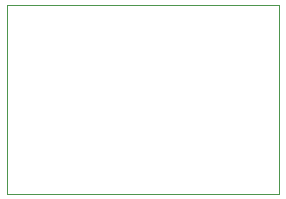
<source format=gbr>
%TF.GenerationSoftware,KiCad,Pcbnew,9.0.5*%
%TF.CreationDate,2025-10-18T17:52:02+02:00*%
%TF.ProjectId,VAS_VE,5641535f-5645-42e6-9b69-6361645f7063,rev?*%
%TF.SameCoordinates,Original*%
%TF.FileFunction,Profile,NP*%
%FSLAX46Y46*%
G04 Gerber Fmt 4.6, Leading zero omitted, Abs format (unit mm)*
G04 Created by KiCad (PCBNEW 9.0.5) date 2025-10-18 17:52:02*
%MOMM*%
%LPD*%
G01*
G04 APERTURE LIST*
%TA.AperFunction,Profile*%
%ADD10C,0.050000*%
%TD*%
G04 APERTURE END LIST*
D10*
X141600000Y-123850000D02*
X164600000Y-123850000D01*
X164600000Y-139850000D01*
X141600000Y-139850000D01*
X141600000Y-123850000D01*
M02*

</source>
